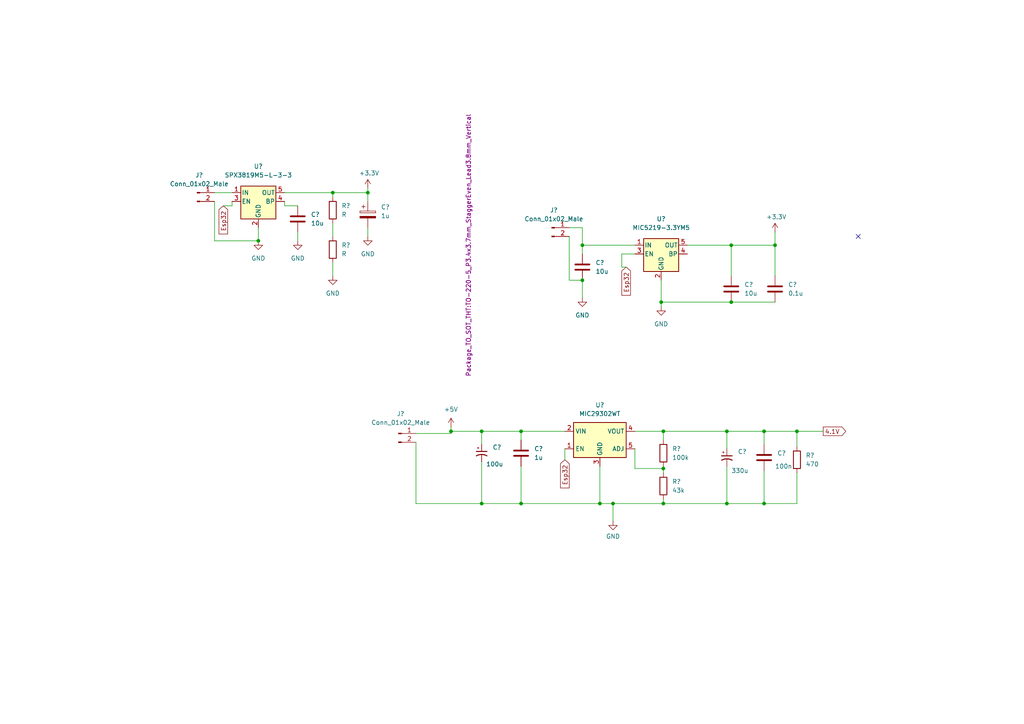
<source format=kicad_sch>
(kicad_sch (version 20211123) (generator eeschema)
  (paper "A4")
  (lib_symbols
    (symbol "Conn_01x02_Male_1" (pin_names (offset 1.016) hide)
      (property "Reference" "J" (at 0 2.54 0))
      (property "Value" "Conn_01x02_Male_1" (at 0 -5.08 0))
      (symbol "Conn_01x02_Male_1_1_1"
        (polyline (pts (xy 1.27 -2.54) (xy 0.8636 -2.54)) (stroke (width 0.1524)))
        (polyline (pts (xy 1.27 0) (xy 0.8636 0)) (stroke (width 0.1524)))
        (rectangle (start 0.8636 -2.413) (end 0 -2.667) (stroke (width 0.1524)) (fill (type outline)))
        (rectangle (start 0.8636 0.127) (end 0 -0.127) (stroke (width 0.1524)) (fill (type outline)))
        (pin passive line (at 5.08 0 180) (length 3.81) (name "Pin_1") (number "1"))
        (pin passive line (at 5.08 -2.54 180) (length 3.81) (name "Pin_2") (number "2"))
      )
    )
    (symbol "Connector:Conn_01x02_Male" (pin_names (offset 1.016) hide)
      (property "Reference" "J?" (at 0.635 5.715 0))
      (property "Value" "Conn_01x02_Male" (at 0.635 3.175 0))
      (symbol "Conn_01x02_Male_1_1"
        (polyline (pts (xy 1.27 -2.54) (xy 0.8636 -2.54)) (stroke (width 0.1524)))
        (polyline (pts (xy 1.27 0) (xy 0.8636 0)) (stroke (width 0.1524)))
        (rectangle (start 0.8636 -2.413) (end 0 -2.667) (stroke (width 0.1524)) (fill (type outline)))
        (rectangle (start 0.8636 0.127) (end 0 -0.127) (stroke (width 0.1524)) (fill (type outline)))
        (pin power_in line (at 5.08 0 180) (length 3.81) (name "Pin_1") (number "1"))
        (pin passive line (at 5.08 -2.54 180) (length 3.81) (name "Pin_2") (number "2"))
      )
    )
    (symbol "Device:C" (pin_numbers hide) (pin_names (offset 0.254))
      (property "Reference" "C" (at 0.635 2.54 0))
      (property "Value" "C" (at 0.635 -2.54 0))
      (symbol "C_0_1"
        (polyline (pts (xy -2.032 -0.762) (xy 2.032 -0.762)) (stroke (width 0.508)))
        (polyline (pts (xy -2.032 0.762) (xy 2.032 0.762)) (stroke (width 0.508)))
      )
      (symbol "C_1_1"
        (pin passive line (at 0 3.81 270) (length 2.794) (name "~") (number "1"))
        (pin passive line (at 0 -3.81 90) (length 2.794) (name "~") (number "2"))
      )
    )
    (symbol "Device:C_Polarized" (pin_numbers hide) (pin_names (offset 0.254))
      (property "Reference" "C" (at 0.635 2.54 0))
      (property "Value" "C_Polarized" (at 0.635 -2.54 0))
      (symbol "C_Polarized_0_1"
        (rectangle (start -2.286 0.508) (end 2.286 1.016))
        (polyline (pts (xy -1.778 2.286) (xy -0.762 2.286)))
        (polyline (pts (xy -1.27 2.794) (xy -1.27 1.778)))
        (rectangle (start 2.286 -0.508) (end -2.286 -1.016) (fill (type outline)))
      )
      (symbol "C_Polarized_1_1"
        (pin passive line (at 0 3.81 270) (length 2.794) (name "~") (number "1"))
        (pin passive line (at 0 -3.81 90) (length 2.794) (name "~") (number "2"))
      )
    )
    (symbol "Device:C_Polarized_Small_US" (pin_numbers hide) (pin_names (offset 0.254) hide)
      (property "Reference" "C" (at 0.254 1.778 0))
      (property "Value" "C_Polarized_Small_US" (at 0.254 -2.032 0))
      (symbol "C_Polarized_Small_US_0_1"
        (polyline (pts (xy -1.524 0.508) (xy 1.524 0.508)) (stroke (width 0.3048)))
        (polyline (pts (xy -1.27 1.524) (xy -0.762 1.524)))
        (polyline (pts (xy -1.016 1.27) (xy -1.016 1.778)))
        (arc (start 1.524 -0.762) (mid 0 -0.3734) (end -1.524 -0.762) (stroke (width 0.3048)))
      )
      (symbol "C_Polarized_Small_US_1_1"
        (pin passive line (at 0 2.54 270) (length 2.032) (name "~") (number "1"))
        (pin passive line (at 0 -2.54 90) (length 2.032) (name "~") (number "2"))
      )
    )
    (symbol "Device:R" (pin_numbers hide) (pin_names (offset 0))
      (property "Reference" "R" (at 2.032 0 90))
      (property "Value" "R" (at 0 0 90))
      (symbol "R_0_1"
        (rectangle (start -1.016 -2.54) (end 1.016 2.54) (stroke (width 0.254)))
      )
      (symbol "R_1_1"
        (pin passive line (at 0 3.81 270) (length 1.27) (name "~") (number "1"))
        (pin passive line (at 0 -3.81 90) (length 1.27) (name "~") (number "2"))
      )
    )
    (symbol "Regulator_Linear:MIC29302WT"
      (property "Reference" "U" (at -6.35 6.35 0))
      (property "Value" "MIC29302WT" (at 2.54 6.35 0))
      (symbol "MIC29302WT_1_1"
        (rectangle (start -7.62 5.08) (end 7.62 -5.08) (stroke (width 0.254)) (fill (type background)))
        (pin input line (at -10.16 -2.54 0) (length 2.54) (name "EN") (number "1"))
        (pin power_in line (at -10.16 2.54 0) (length 2.54) (name "VIN") (number "2"))
        (pin power_in line (at 0 -7.62 90) (length 2.54) (name "GND") (number "3"))
        (pin power_out line (at 10.16 2.54 180) (length 2.54) (name "VOUT") (number "4"))
        (pin input line (at 10.16 -2.54 180) (length 2.54) (name "ADJ") (number "5"))
      )
    )
    (symbol "Regulator_Linear:MIC5219-3.3YM5" (pin_names (offset 0.254))
      (property "Reference" "U" (at -3.81 5.715 0))
      (property "Value" "MIC5219-3.3YM5" (at 0 5.715 0))
      (symbol "MIC5219-3.3YM5_0_1"
        (rectangle (start -5.08 4.445) (end 5.08 -5.08) (stroke (width 0.254)) (fill (type background)))
      )
      (symbol "MIC5219-3.3YM5_1_1"
        (pin power_in line (at -7.62 2.54 0) (length 2.54) (name "IN") (number "1"))
        (pin power_in line (at 0 -7.62 90) (length 2.54) (name "GND") (number "2"))
        (pin input line (at -7.62 0 0) (length 2.54) (name "EN") (number "3"))
        (pin input line (at 7.62 0 180) (length 2.54) (name "BP") (number "4"))
        (pin power_out line (at 7.62 2.54 180) (length 2.54) (name "OUT") (number "5"))
      )
    )
    (symbol "Regulator_Linear:SPX3819M5-L-3-3" (pin_names (offset 0.254))
      (property "Reference" "U" (at -3.81 5.715 0))
      (property "Value" "SPX3819M5-L-3-3" (at 0 5.715 0))
      (symbol "SPX3819M5-L-3-3_0_1"
        (rectangle (start -5.08 4.445) (end 5.08 -5.08) (stroke (width 0.254)) (fill (type background)))
      )
      (symbol "SPX3819M5-L-3-3_1_1"
        (pin power_in line (at -7.62 2.54 0) (length 2.54) (name "IN") (number "1"))
        (pin power_in line (at 0 -7.62 90) (length 2.54) (name "GND") (number "2"))
        (pin input line (at -7.62 0 0) (length 2.54) (name "EN") (number "3"))
        (pin input line (at 7.62 0 180) (length 2.54) (name "BP") (number "4"))
        (pin power_out line (at 7.62 2.54 180) (length 2.54) (name "OUT") (number "5"))
      )
    )
    (symbol "power:+3.3V" (power) (pin_names (offset 0))
      (property "Value" "+3.3V" (at 0 3.556 0))
      (symbol "+3.3V_0_1"
        (polyline (pts (xy -0.762 1.27) (xy 0 2.54)))
        (polyline (pts (xy 0 0) (xy 0 2.54)))
        (polyline (pts (xy 0 2.54) (xy 0.762 1.27)))
      )
      (symbol "+3.3V_1_1"
        (pin power_in line (at 0 0 90) (length 0) hide (name "+3.3V") (number "1"))
      )
    )
    (symbol "power:+5V" (power) (pin_names (offset 0))
      (property "Value" "+5V" (at 0 3.556 0))
      (symbol "+5V_0_1"
        (polyline (pts (xy -0.762 1.27) (xy 0 2.54)))
        (polyline (pts (xy 0 0) (xy 0 2.54)))
        (polyline (pts (xy 0 2.54) (xy 0.762 1.27)))
      )
      (symbol "+5V_1_1"
        (pin power_in line (at 0 0 90) (length 0) hide (name "+5V") (number "1"))
      )
    )
    (symbol "power:GND" (power) (pin_names (offset 0))
      (property "Value" "GND" (at 0 -3.81 0))
      (symbol "GND_0_1"
        (polyline (pts (xy 0 0) (xy 0 -1.27) (xy 1.27 -1.27) (xy 0 -2.54) (xy -1.27 -1.27) (xy 0 -1.27)))
      )
      (symbol "GND_1_1"
        (pin power_in line (at 0 0 270) (length 0) hide (name "GND") (number "1"))
      )
    )
  )
  (junction (at 173.99 146.05))
  (junction (at 192.405 146.05))
  (junction (at 106.68 55.88))
  (junction (at 210.82 146.05))
  (junction (at 96.52 55.88))
  (junction (at 231.14 125.095))
  (junction (at 177.8 146.05))
  (junction (at 168.91 81.28))
  (junction (at 191.77 87.63))
  (junction (at 221.615 125.095))
  (junction (at 130.81 125.095))
  (junction (at 139.7 125.095))
  (junction (at 221.615 146.05))
  (junction (at 151.13 125.095))
  (junction (at 74.93 69.85))
  (junction (at 192.405 135.89))
  (junction (at 212.09 71.12))
  (junction (at 139.7 146.05))
  (junction (at 151.13 146.05))
  (junction (at 224.79 71.12))
  (junction (at 210.82 125.095))
  (junction (at 212.09 87.63))
  (junction (at 168.91 71.12))
  (junction (at 192.405 125.095))
  (no_connect (at 248.92 68.58))
  (wire (pts (xy 139.7 125.095) (xy 139.7 128.905)))
  (wire (pts (xy 184.15 73.66) (xy 180.34 73.66)))
  (wire (pts (xy 168.91 81.28) (xy 168.91 86.36)))
  (wire (pts (xy 191.77 87.63) (xy 191.77 88.9)))
  (wire (pts (xy 224.79 80.01) (xy 224.79 71.12)))
  (wire (pts (xy 62.23 58.42) (xy 62.23 69.85)))
  (wire (pts (xy 177.8 146.05) (xy 192.405 146.05)))
  (wire (pts (xy 82.55 55.88) (xy 96.52 55.88)))
  (wire (pts (xy 221.615 146.05) (xy 231.14 146.05)))
  (wire (pts (xy 165.1 66.04) (xy 168.91 66.04)))
  (wire (pts (xy 130.81 123.825) (xy 130.81 125.095)))
  (wire (pts (xy 173.99 146.05) (xy 177.8 146.05)))
  (wire (pts (xy 106.68 66.04) (xy 106.68 68.58)))
  (wire (pts (xy 231.14 125.095) (xy 231.14 129.54)))
  (wire (pts (xy 82.55 59.69) (xy 82.55 58.42)))
  (wire (pts (xy 192.405 144.78) (xy 192.405 146.05)))
  (wire (pts (xy 151.13 125.095) (xy 151.13 127.635)))
  (wire (pts (xy 191.77 81.28) (xy 191.77 87.63)))
  (wire (pts (xy 86.36 67.31) (xy 86.36 69.85)))
  (wire (pts (xy 96.52 76.2) (xy 96.52 80.01)))
  (wire (pts (xy 192.405 125.095) (xy 192.405 127.635)))
  (wire (pts (xy 64.77 59.69) (xy 67.31 59.69)))
  (wire (pts (xy 192.405 135.89) (xy 184.15 135.89)))
  (wire (pts (xy 231.14 125.095) (xy 238.76 125.095)))
  (wire (pts (xy 184.15 135.89) (xy 184.15 130.175)))
  (wire (pts (xy 212.09 80.01) (xy 212.09 71.12)))
  (wire (pts (xy 86.36 59.69) (xy 82.55 59.69)))
  (wire (pts (xy 163.83 133.35) (xy 163.83 130.175)))
  (wire (pts (xy 120.65 128.27) (xy 120.65 146.05)))
  (wire (pts (xy 62.23 55.88) (xy 67.31 55.88)))
  (wire (pts (xy 151.13 135.255) (xy 151.13 146.05)))
  (wire (pts (xy 180.34 77.47) (xy 181.61 77.47)))
  (wire (pts (xy 120.65 125.73) (xy 130.81 125.73)))
  (wire (pts (xy 224.79 67.31) (xy 224.79 71.12)))
  (wire (pts (xy 192.405 135.89) (xy 192.405 137.16)))
  (wire (pts (xy 191.77 87.63) (xy 212.09 87.63)))
  (wire (pts (xy 96.52 64.77) (xy 96.52 68.58)))
  (wire (pts (xy 151.13 125.095) (xy 139.7 125.095)))
  (wire (pts (xy 168.91 71.12) (xy 168.91 73.66)))
  (wire (pts (xy 192.405 135.255) (xy 192.405 135.89)))
  (wire (pts (xy 177.8 146.05) (xy 177.8 151.13)))
  (wire (pts (xy 184.15 125.095) (xy 192.405 125.095)))
  (wire (pts (xy 139.7 146.05) (xy 151.13 146.05)))
  (wire (pts (xy 224.79 71.12) (xy 212.09 71.12)))
  (wire (pts (xy 210.82 135.255) (xy 210.82 146.05)))
  (wire (pts (xy 139.7 125.095) (xy 130.81 125.095)))
  (wire (pts (xy 221.615 136.525) (xy 221.615 146.05)))
  (wire (pts (xy 212.09 87.63) (xy 224.79 87.63)))
  (wire (pts (xy 210.82 146.05) (xy 221.615 146.05)))
  (wire (pts (xy 120.65 146.05) (xy 139.7 146.05)))
  (wire (pts (xy 180.34 73.66) (xy 180.34 77.47)))
  (wire (pts (xy 212.09 71.12) (xy 199.39 71.12)))
  (wire (pts (xy 192.405 146.05) (xy 210.82 146.05)))
  (wire (pts (xy 210.82 125.095) (xy 221.615 125.095)))
  (wire (pts (xy 168.91 71.12) (xy 184.15 71.12)))
  (wire (pts (xy 130.81 125.73) (xy 130.81 125.095)))
  (wire (pts (xy 165.1 68.58) (xy 165.1 81.28)))
  (wire (pts (xy 62.23 69.85) (xy 74.93 69.85)))
  (wire (pts (xy 67.31 59.69) (xy 67.31 58.42)))
  (wire (pts (xy 163.83 125.095) (xy 151.13 125.095)))
  (wire (pts (xy 231.14 137.16) (xy 231.14 146.05)))
  (wire (pts (xy 192.405 125.095) (xy 210.82 125.095)))
  (wire (pts (xy 106.68 55.88) (xy 106.68 58.42)))
  (wire (pts (xy 139.7 133.985) (xy 139.7 146.05)))
  (wire (pts (xy 106.68 54.61) (xy 106.68 55.88)))
  (wire (pts (xy 221.615 125.095) (xy 231.14 125.095)))
  (wire (pts (xy 151.13 146.05) (xy 173.99 146.05)))
  (wire (pts (xy 221.615 125.095) (xy 221.615 128.905)))
  (wire (pts (xy 74.93 66.04) (xy 74.93 69.85)))
  (wire (pts (xy 165.1 81.28) (xy 168.91 81.28)))
  (wire (pts (xy 96.52 55.88) (xy 96.52 57.15)))
  (wire (pts (xy 168.91 66.04) (xy 168.91 71.12)))
  (wire (pts (xy 106.68 55.88) (xy 96.52 55.88)))
  (wire (pts (xy 173.99 135.255) (xy 173.99 146.05)))
  (wire (pts (xy 210.82 125.095) (xy 210.82 130.175)))
  (global_label "Esp32" (shape input) (at 163.83 133.35 270) (property "Intersheet References" "${INTERSHEET_REFS}" (effects hide)))
  (global_label "4.1V" (shape output) (at 238.76 125.095 0) (property "Intersheet References" "${INTERSHEET_REFS}" (effects hide)))
  (global_label "Esp32" (shape input) (at 64.77 59.69 270) (property "Intersheet References" "${INTERSHEET_REFS}" (effects hide)))
  (global_label "Esp32" (shape input) (at 181.61 77.47 270) (property "Intersheet References" "${INTERSHEET_REFS}" (effects hide)))
  (symbol (lib_id "power:GND") (at 86.36 69.85 0) (unit 1)
    (property "Reference" "#PWR?" (effects hide))
    (property "Value" "GND" (at 86.36 74.93 0))
  )
  (symbol (lib_id "Device:C_Polarized_Small_US") (at 210.82 132.715 0) (unit 1)
    (property "Reference" "C?" (at 213.995 131.0131 0) (effects (justify left)))
    (property "Value" "330u" (at 212.09 136.525 0) (effects (justify left)))
  )
  (symbol (lib_id "Device:C") (at 221.615 132.715 0) (unit 1)
    (property "Reference" "C?" (at 225.425 131.4449 0) (effects (justify left)))
    (property "Value" "100n" (at 224.79 135.255 0) (effects (justify left)))
  )
  (symbol (lib_id "Device:C_Polarized") (at 106.68 62.23 0) (unit 1)
    (property "Reference" "C?" (at 110.49 60.0709 0) (effects (justify left)))
    (property "Value" "1u" (at 110.49 62.6109 0) (effects (justify left)))
  )
  (symbol (lib_id "Device:R") (at 96.52 60.96 0) (unit 1)
    (property "Reference" "R?" (at 99.06 59.6899 0) (effects (justify left)))
    (property "Value" "R" (at 99.06 62.2299 0) (effects (justify left)))
  )
  (symbol (lib_id "power:GND") (at 74.93 69.85 0) (unit 1)
    (property "Reference" "#PWR?" (effects hide))
    (property "Value" "GND" (at 74.93 74.93 0))
  )
  (symbol (lib_id "Device:R") (at 231.14 133.35 0) (unit 1)
    (property "Reference" "R?" (at 233.68 132.0799 0) (effects (justify left)))
    (property "Value" "470" (at 233.68 134.6199 0) (effects (justify left)))
  )
  (symbol (lib_id "Device:C") (at 168.91 77.47 0) (unit 1)
    (property "Reference" "C?" (at 172.72 76.1999 0) (effects (justify left)))
    (property "Value" "10u" (at 172.72 78.7399 0) (effects (justify left)))
  )
  (symbol (lib_id "Regulator_Linear:SPX3819M5-L-3-3") (at 74.93 58.42 0) (unit 1)
    (property "Reference" "U?" (at 74.93 48.26 0))
    (property "Value" "SPX3819M5-L-3-3" (at 74.93 50.8 0))
    (property "Footprint" "Package_TO_SOT_SMD:SOT-23-5" (effects hide))
    (property "Datasheet" "https://www.exar.com/content/document.ashx?id=22106&languageid=1033&type=Datasheet&partnumber=SPX3819&filename=SPX3819.pdf&part=SPX3819" (effects hide))
  )
  (symbol (lib_name "Conn_01x02_Male_1") (lib_id "Connector:Conn_01x02_Male") (at 160.02 66.04 0) (unit 1)
    (property "Reference" "J?" (at 160.655 60.96 0))
    (property "Value" "Conn_01x02_Male" (at 160.655 63.5 0))
  )
  (symbol (lib_id "power:GND") (at 168.91 86.36 0) (unit 1)
    (property "Reference" "#PWR?" (effects hide))
    (property "Value" "GND" (at 168.91 91.44 0))
  )
  (symbol (lib_name "Conn_01x02_Male_1") (lib_id "Connector:Conn_01x02_Male") (at 57.15 55.88 0) (unit 1)
    (property "Reference" "J?" (at 57.785 50.8 0))
    (property "Value" "Conn_01x02_Male" (at 57.785 53.34 0))
  )
  (symbol (lib_id "Device:C") (at 212.09 83.82 0) (unit 1)
    (property "Reference" "C?" (at 215.9 82.5499 0) (effects (justify left)))
    (property "Value" "10u" (at 215.9 85.0899 0) (effects (justify left)))
  )
  (symbol (lib_id "power:GND") (at 177.8 151.13 0) (unit 1)
    (property "Reference" "#PWR?" (effects hide))
    (property "Value" "GND" (at 177.8 155.575 0))
  )
  (symbol (lib_id "Device:C") (at 151.13 131.445 0) (unit 1)
    (property "Reference" "C?" (at 154.94 130.1749 0) (effects (justify left)))
    (property "Value" "1u" (at 154.94 132.7149 0) (effects (justify left)))
    (property "Footprint" "Capacitor_SMD:C_0603_1608Metric_Pad1.08x0.95mm_HandSolder" (effects hide))
  )
  (symbol (lib_id "power:GND") (at 106.68 68.58 0) (unit 1)
    (property "Reference" "#PWR?" (effects hide))
    (property "Value" "GND" (at 106.68 73.66 0))
  )
  (symbol (lib_id "power:GND") (at 191.77 88.9 0) (unit 1)
    (property "Reference" "#PWR?" (effects hide))
    (property "Value" "GND" (at 191.77 93.98 0))
  )
  (symbol (lib_id "power:+3.3V") (at 106.68 54.61 0) (unit 1)
    (property "Reference" "#PWR?" (effects hide))
    (property "Value" "+3.3V" (at 107.061 50.2158 0))
  )
  (symbol (lib_id "Device:C") (at 224.79 83.82 0) (unit 1)
    (property "Reference" "C?" (at 228.6 82.5499 0) (effects (justify left)))
    (property "Value" "0.1u" (at 228.6 85.0899 0) (effects (justify left)))
  )
  (symbol (lib_id "Regulator_Linear:MIC29302WT") (at 173.99 127.635 0) (unit 1)
    (property "Reference" "U?" (at 173.99 117.475 0))
    (property "Value" "MIC29302WT" (at 173.99 120.015 0))
    (property "Footprint" "Package_TO_SOT_THT:TO-220-5_P3.4x3.7mm_StaggerEven_Lead3.8mm_Vertical" (at 135.89 109.22 90) (effects (justify left)))
    (property "Datasheet" "http://ww1.microchip.com/downloads/en/devicedoc/20005685a.pdf" (effects hide))
  )
  (symbol (lib_id "Device:R") (at 96.52 72.39 0) (unit 1)
    (property "Reference" "R?" (at 99.06 71.1199 0) (effects (justify left)))
    (property "Value" "R" (at 99.06 73.6599 0) (effects (justify left)))
  )
  (symbol (lib_id "power:GND") (at 96.52 80.01 0) (unit 1)
    (property "Reference" "#PWR?" (effects hide))
    (property "Value" "GND" (at 96.52 85.09 0))
  )
  (symbol (lib_id "Device:R") (at 192.405 131.445 0) (unit 1)
    (property "Reference" "R?" (at 194.945 130.1749 0) (effects (justify left)))
    (property "Value" "100k" (at 194.945 132.7149 0) (effects (justify left)))
  )
  (symbol (lib_id "power:+3.3V") (at 224.79 67.31 0) (unit 1)
    (property "Reference" "#PWR?" (effects hide))
    (property "Value" "+3.3V" (at 225.171 62.9158 0))
  )
  (symbol (lib_id "power:+5V") (at 130.81 123.825 0) (unit 1)
    (property "Reference" "#PWR?" (effects hide))
    (property "Value" "+5V" (at 130.81 118.745 0))
  )
  (symbol (lib_id "Connector:Conn_01x02_Male") (at 115.57 125.73 0) (unit 1)
    (property "Reference" "J?" (at 116.205 120.015 0))
    (property "Value" "Conn_01x02_Male" (at 116.205 122.555 0))
  )
  (symbol (lib_id "Device:C_Polarized_Small_US") (at 139.7 131.445 0) (unit 1)
    (property "Reference" "C?" (at 142.875 129.7431 0) (effects (justify left)))
    (property "Value" "100u" (at 140.97 134.62 0) (effects (justify left)))
  )
  (symbol (lib_id "Regulator_Linear:MIC5219-3.3YM5") (at 191.77 73.66 0) (unit 1)
    (property "Reference" "U?" (at 191.77 63.5 0))
    (property "Value" "MIC5219-3.3YM5" (at 191.77 66.04 0))
    (property "Footprint" "Package_TO_SOT_SMD:SOT-23-5" (effects hide))
    (property "Datasheet" "http://ww1.microchip.com/downloads/en/DeviceDoc/MIC5219-500mA-Peak-Output-LDO-Regulator-DS20006021A.pdf" (effects hide))
  )
  (symbol (lib_id "Device:R") (at 192.405 140.97 0) (unit 1)
    (property "Reference" "R?" (at 194.945 139.6999 0) (effects (justify left)))
    (property "Value" "43k" (at 194.945 142.2399 0) (effects (justify left)))
  )
  (symbol (lib_id "Device:C") (at 86.36 63.5 0) (unit 1)
    (property "Reference" "C?" (at 90.17 62.2299 0) (effects (justify left)))
    (property "Value" "10u" (at 90.17 64.7699 0) (effects (justify left)))
  )
)
</source>
